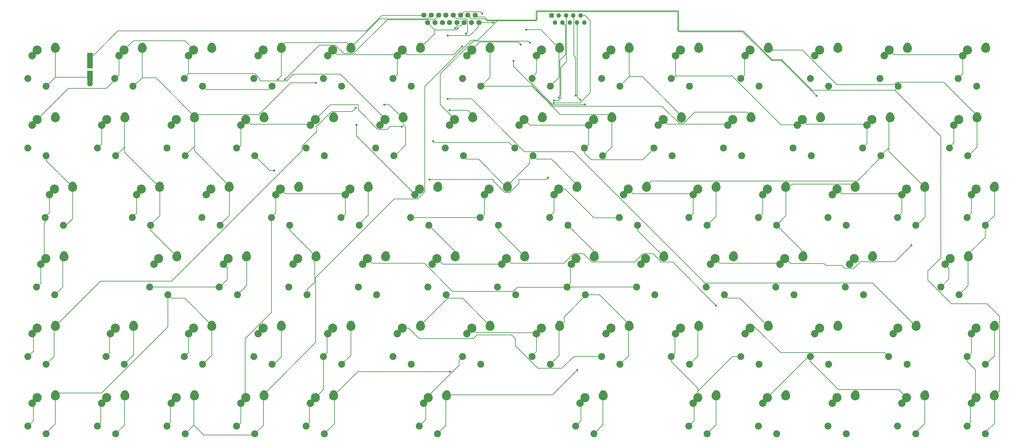
<source format=gbr>
G04 #@! TF.GenerationSoftware,KiCad,Pcbnew,8.0.4*
G04 #@! TF.CreationDate,2024-08-17T18:21:30-05:00*
G04 #@! TF.ProjectId,qwerty,71776572-7479-42e6-9b69-6361645f7063,C*
G04 #@! TF.SameCoordinates,Original*
G04 #@! TF.FileFunction,Copper,L2,Bot*
G04 #@! TF.FilePolarity,Positive*
%FSLAX46Y46*%
G04 Gerber Fmt 4.6, Leading zero omitted, Abs format (unit mm)*
G04 Created by KiCad (PCBNEW 8.0.4) date 2024-08-17 18:21:30*
%MOMM*%
%LPD*%
G01*
G04 APERTURE LIST*
G04 #@! TA.AperFunction,ComponentPad*
%ADD10R,1.258000X1.258000*%
G04 #@! TD*
G04 #@! TA.AperFunction,ComponentPad*
%ADD11C,1.258000*%
G04 #@! TD*
G04 #@! TA.AperFunction,ComponentPad*
%ADD12C,1.397000*%
G04 #@! TD*
G04 #@! TA.AperFunction,ComponentPad*
%ADD13O,1.600000X1.600000*%
G04 #@! TD*
G04 #@! TA.AperFunction,SMDPad,CuDef*
%ADD14R,1.524000X3.000000*%
G04 #@! TD*
G04 #@! TA.AperFunction,ComponentPad*
%ADD15R,1.600000X1.600000*%
G04 #@! TD*
G04 #@! TA.AperFunction,ComponentPad*
%ADD16C,2.500000*%
G04 #@! TD*
G04 #@! TA.AperFunction,ComponentPad*
%ADD17C,2.032000*%
G04 #@! TD*
G04 #@! TA.AperFunction,ComponentPad*
%ADD18C,1.900000*%
G04 #@! TD*
G04 #@! TA.AperFunction,ViaPad*
%ADD19C,0.600000*%
G04 #@! TD*
G04 #@! TA.AperFunction,Conductor*
%ADD20C,0.140000*%
G04 #@! TD*
G04 APERTURE END LIST*
D10*
X224400000Y-74503000D03*
D11*
X225400000Y-76503000D03*
X226400000Y-74503000D03*
X227400000Y-76503000D03*
X228400000Y-74503000D03*
X229400000Y-76503000D03*
X230400000Y-74503000D03*
X231400000Y-76503000D03*
X232400000Y-74503000D03*
X233400000Y-76503000D03*
D12*
X204516000Y-76468000D03*
X203515999Y-74467999D03*
X202515999Y-76468000D03*
X201516001Y-74467999D03*
X200516000Y-76468000D03*
X199516000Y-74467999D03*
X198515999Y-76468000D03*
X197516001Y-74467999D03*
X196516001Y-76468000D03*
X195516000Y-74467999D03*
X194516000Y-76468000D03*
X193515999Y-74467999D03*
X192516001Y-76468000D03*
X191516000Y-74467999D03*
X190516000Y-76468000D03*
X189515999Y-74467999D03*
D13*
X98000000Y-93120000D03*
D14*
X98000000Y-91088000D03*
X98000000Y-87532000D03*
D15*
X98000000Y-85500000D03*
D16*
X154962500Y-141175000D03*
D17*
X153652500Y-142635000D03*
D18*
X152462500Y-148975000D03*
D17*
X160002500Y-140095000D03*
D16*
X159962500Y-140675000D03*
D18*
X157462500Y-151075000D03*
D16*
X202587500Y-160225000D03*
D17*
X201277500Y-161685000D03*
D18*
X200087500Y-168025000D03*
D17*
X207627500Y-159145000D03*
D16*
X207587500Y-159725000D03*
D18*
X205087500Y-170125000D03*
D16*
X335937500Y-103075000D03*
D17*
X334627500Y-104535000D03*
D18*
X333437500Y-110875000D03*
D17*
X340977500Y-101995000D03*
D16*
X340937500Y-102575000D03*
D18*
X338437500Y-112975000D03*
D16*
X340700000Y-122125000D03*
D17*
X339390000Y-123585000D03*
D18*
X338200000Y-129925000D03*
D17*
X345740000Y-121045000D03*
D16*
X345700000Y-121625000D03*
D18*
X343200000Y-132025000D03*
D16*
X164487500Y-160225000D03*
D17*
X163177500Y-161685000D03*
D18*
X161987500Y-168025000D03*
D17*
X169527500Y-159145000D03*
D16*
X169487500Y-159725000D03*
D18*
X166987500Y-170125000D03*
D16*
X85906250Y-141175000D03*
D17*
X84596250Y-142635000D03*
D18*
X83406250Y-148975000D03*
D17*
X90946250Y-140095000D03*
D16*
X90906250Y-140675000D03*
D18*
X88406250Y-151075000D03*
D16*
X321650000Y-122125000D03*
D17*
X320340000Y-123585000D03*
D18*
X319150000Y-129925000D03*
D17*
X326690000Y-121045000D03*
D16*
X326650000Y-121625000D03*
D18*
X324150000Y-132025000D03*
D16*
X297837500Y-84025000D03*
D17*
X296527500Y-85485000D03*
D18*
X295337500Y-91825000D03*
D17*
X302877500Y-82945000D03*
D16*
X302837500Y-83525000D03*
D18*
X300337500Y-93925000D03*
D16*
X174012500Y-141175000D03*
D17*
X172702500Y-142635000D03*
D18*
X171512500Y-148975000D03*
D17*
X179052500Y-140095000D03*
D16*
X179012500Y-140675000D03*
D18*
X176512500Y-151075000D03*
D16*
X259737500Y-160225000D03*
D17*
X258427500Y-161685000D03*
D18*
X257237500Y-168025000D03*
D17*
X264777500Y-159145000D03*
D16*
X264737500Y-159725000D03*
D18*
X262237500Y-170125000D03*
D16*
X83525000Y-179275000D03*
D17*
X82215000Y-180735000D03*
D18*
X81025000Y-187075000D03*
D17*
X88565000Y-178195000D03*
D16*
X88525000Y-178775000D03*
D18*
X86025000Y-189175000D03*
D16*
X316887500Y-84025000D03*
D17*
X315577500Y-85485000D03*
D18*
X314387500Y-91825000D03*
D17*
X321927500Y-82945000D03*
D16*
X321887500Y-83525000D03*
D18*
X319387500Y-93925000D03*
D16*
X302600000Y-179275000D03*
D17*
X301290000Y-180735000D03*
D18*
X300100000Y-187075000D03*
D17*
X307640000Y-178195000D03*
D16*
X307600000Y-178775000D03*
D18*
X305100000Y-189175000D03*
D16*
X150200000Y-122125000D03*
D17*
X148890000Y-123585000D03*
D18*
X147700000Y-129925000D03*
D17*
X155240000Y-121045000D03*
D16*
X155200000Y-121625000D03*
D18*
X152700000Y-132025000D03*
D16*
X235925000Y-103075000D03*
D17*
X234615000Y-104535000D03*
D18*
X233425000Y-110875000D03*
D17*
X240965000Y-101995000D03*
D16*
X240925000Y-102575000D03*
D18*
X238425000Y-112975000D03*
D16*
X159725000Y-179275000D03*
D17*
X158415000Y-180735000D03*
D18*
X157225000Y-187075000D03*
D17*
X164765000Y-178195000D03*
D16*
X164725000Y-178775000D03*
D18*
X162225000Y-189175000D03*
D16*
X333556250Y-141175000D03*
D17*
X332246250Y-142635000D03*
D18*
X331056250Y-148975000D03*
D17*
X338596250Y-140095000D03*
D16*
X338556250Y-140675000D03*
D18*
X336056250Y-151075000D03*
D16*
X312125000Y-103075000D03*
D17*
X310815000Y-104535000D03*
D18*
X309625000Y-110875000D03*
D17*
X317165000Y-101995000D03*
D16*
X317125000Y-102575000D03*
D18*
X314625000Y-112975000D03*
D16*
X340700000Y-160225000D03*
D17*
X339390000Y-161685000D03*
D18*
X338200000Y-168025000D03*
D17*
X345740000Y-159145000D03*
D16*
X345700000Y-159725000D03*
D18*
X343200000Y-170125000D03*
D16*
X121625000Y-179275000D03*
D17*
X120315000Y-180735000D03*
D18*
X119125000Y-187075000D03*
D17*
X126665000Y-178195000D03*
D16*
X126625000Y-178775000D03*
D18*
X124125000Y-189175000D03*
D16*
X250212500Y-141175000D03*
D17*
X248902500Y-142635000D03*
D18*
X247712500Y-148975000D03*
D17*
X255252500Y-140095000D03*
D16*
X255212500Y-140675000D03*
D18*
X252712500Y-151075000D03*
D16*
X159725000Y-103075000D03*
D17*
X158415000Y-104535000D03*
D18*
X157225000Y-110875000D03*
D17*
X164765000Y-101995000D03*
D16*
X164725000Y-102575000D03*
D18*
X162225000Y-112975000D03*
D16*
X126387500Y-84025000D03*
D17*
X125077500Y-85485000D03*
D18*
X123887500Y-91825000D03*
D17*
X131427500Y-82945000D03*
D16*
X131387500Y-83525000D03*
D18*
X128887500Y-93925000D03*
D16*
X145437500Y-84025000D03*
D17*
X144127500Y-85485000D03*
D18*
X142937500Y-91825000D03*
D17*
X150477500Y-82945000D03*
D16*
X150437500Y-83525000D03*
D18*
X147937500Y-93925000D03*
D16*
X164487500Y-84025000D03*
D17*
X163177500Y-85485000D03*
D18*
X161987500Y-91825000D03*
D17*
X169527500Y-82945000D03*
D16*
X169487500Y-83525000D03*
D18*
X166987500Y-93925000D03*
D16*
X183537500Y-84025000D03*
D17*
X182227500Y-85485000D03*
D18*
X181037500Y-91825000D03*
D17*
X188577500Y-82945000D03*
D16*
X188537500Y-83525000D03*
D18*
X186037500Y-93925000D03*
D16*
X202587500Y-84025000D03*
D17*
X201277500Y-85485000D03*
D18*
X200087500Y-91825000D03*
D17*
X207627500Y-82945000D03*
D16*
X207587500Y-83525000D03*
D18*
X205087500Y-93925000D03*
D16*
X221637500Y-84025000D03*
D17*
X220327500Y-85485000D03*
D18*
X219137500Y-91825000D03*
D17*
X226677500Y-82945000D03*
D16*
X226637500Y-83525000D03*
D18*
X224137500Y-93925000D03*
D16*
X240687500Y-84025000D03*
D17*
X239377500Y-85485000D03*
D18*
X238187500Y-91825000D03*
D17*
X245727500Y-82945000D03*
D16*
X245687500Y-83525000D03*
D18*
X243187500Y-93925000D03*
D16*
X83525000Y-160225000D03*
D17*
X82215000Y-161685000D03*
D18*
X81025000Y-168025000D03*
D17*
X88565000Y-159145000D03*
D16*
X88525000Y-159725000D03*
D18*
X86025000Y-170125000D03*
D16*
X116862500Y-141175000D03*
D17*
X115552500Y-142635000D03*
D18*
X114362500Y-148975000D03*
D17*
X121902500Y-140095000D03*
D16*
X121862500Y-140675000D03*
D18*
X119362500Y-151075000D03*
D16*
X107337500Y-84025000D03*
D17*
X106027500Y-85485000D03*
D18*
X104837500Y-91825000D03*
D17*
X112377500Y-82945000D03*
D16*
X112337500Y-83525000D03*
D18*
X109837500Y-93925000D03*
D16*
X193062500Y-141175000D03*
D17*
X191752500Y-142635000D03*
D18*
X190562500Y-148975000D03*
D17*
X198102500Y-140095000D03*
D16*
X198062500Y-140675000D03*
D18*
X195562500Y-151075000D03*
D16*
X83525000Y-103075000D03*
D17*
X82215000Y-104535000D03*
D18*
X81025000Y-110875000D03*
D17*
X88565000Y-101995000D03*
D16*
X88525000Y-102575000D03*
D18*
X86025000Y-112975000D03*
D16*
X212112500Y-141175000D03*
D17*
X210802500Y-142635000D03*
D18*
X209612500Y-148975000D03*
D17*
X217152500Y-140095000D03*
D16*
X217112500Y-140675000D03*
D18*
X214612500Y-151075000D03*
D16*
X140675000Y-179275000D03*
D17*
X139365000Y-180735000D03*
D18*
X138175000Y-187075000D03*
D17*
X145715000Y-178195000D03*
D16*
X145675000Y-178775000D03*
D18*
X143175000Y-189175000D03*
D16*
X293075000Y-103075000D03*
D17*
X291765000Y-104535000D03*
D18*
X290575000Y-110875000D03*
D17*
X298115000Y-101995000D03*
D16*
X298075000Y-102575000D03*
D18*
X295575000Y-112975000D03*
D16*
X245450000Y-122125000D03*
D17*
X244140000Y-123585000D03*
D18*
X242950000Y-129925000D03*
D17*
X250490000Y-121045000D03*
D16*
X250450000Y-121625000D03*
D18*
X247950000Y-132025000D03*
D16*
X231162500Y-141175000D03*
D17*
X229852500Y-142635000D03*
D18*
X228662500Y-148975000D03*
D17*
X236202500Y-140095000D03*
D16*
X236162500Y-140675000D03*
D18*
X233662500Y-151075000D03*
D16*
X178775000Y-103075000D03*
D17*
X177465000Y-104535000D03*
D18*
X176275000Y-110875000D03*
D17*
X183815000Y-101995000D03*
D16*
X183775000Y-102575000D03*
D18*
X181275000Y-112975000D03*
D16*
X307362500Y-141175000D03*
D17*
X306052500Y-142635000D03*
D18*
X304862500Y-148975000D03*
D17*
X312402500Y-140095000D03*
D16*
X312362500Y-140675000D03*
D18*
X309862500Y-151075000D03*
D16*
X83525000Y-84025000D03*
D17*
X82215000Y-85485000D03*
D18*
X81025000Y-91825000D03*
D17*
X88565000Y-82945000D03*
D16*
X88525000Y-83525000D03*
D18*
X86025000Y-93925000D03*
D16*
X283550000Y-179275000D03*
D17*
X282240000Y-180735000D03*
D18*
X281050000Y-187075000D03*
D17*
X288590000Y-178195000D03*
D16*
X288550000Y-178775000D03*
D18*
X286050000Y-189175000D03*
D16*
X102575000Y-179275000D03*
D17*
X101265000Y-180735000D03*
D18*
X100075000Y-187075000D03*
D17*
X107615000Y-178195000D03*
D16*
X107575000Y-178775000D03*
D18*
X105075000Y-189175000D03*
D16*
X104956250Y-160225000D03*
D17*
X103646250Y-161685000D03*
D18*
X102456250Y-168025000D03*
D17*
X109996250Y-159145000D03*
D16*
X109956250Y-159725000D03*
D18*
X107456250Y-170125000D03*
D16*
X190681250Y-179275000D03*
D17*
X189371250Y-180735000D03*
D18*
X188181250Y-187075000D03*
D17*
X195721250Y-178195000D03*
D16*
X195681250Y-178775000D03*
D18*
X193181250Y-189175000D03*
D16*
X240687500Y-160225000D03*
D17*
X239377500Y-161685000D03*
D18*
X238187500Y-168025000D03*
D17*
X245727500Y-159145000D03*
D16*
X245687500Y-159725000D03*
D18*
X243187500Y-170125000D03*
D16*
X221637500Y-160225000D03*
D17*
X220327500Y-161685000D03*
D18*
X219137500Y-168025000D03*
D17*
X226677500Y-159145000D03*
D16*
X226637500Y-159725000D03*
D18*
X224137500Y-170125000D03*
D16*
X254975000Y-103075000D03*
D17*
X253665000Y-104535000D03*
D18*
X252475000Y-110875000D03*
D17*
X260015000Y-101995000D03*
D16*
X259975000Y-102575000D03*
D18*
X257475000Y-112975000D03*
D16*
X264500000Y-122125000D03*
D17*
X263190000Y-123585000D03*
D18*
X262000000Y-129925000D03*
D17*
X269540000Y-121045000D03*
D16*
X269500000Y-121625000D03*
D18*
X267000000Y-132025000D03*
D16*
X233543750Y-179275000D03*
D17*
X232233750Y-180735000D03*
D18*
X231043750Y-187075000D03*
D17*
X238583750Y-178195000D03*
D16*
X238543750Y-178775000D03*
D18*
X236043750Y-189175000D03*
D16*
X288312500Y-141175000D03*
D17*
X287002500Y-142635000D03*
D18*
X285812500Y-148975000D03*
D17*
X293352500Y-140095000D03*
D16*
X293312500Y-140675000D03*
D18*
X290812500Y-151075000D03*
D16*
X102575000Y-103075000D03*
D17*
X101265000Y-104535000D03*
D18*
X100075000Y-110875000D03*
D17*
X107615000Y-101995000D03*
D16*
X107575000Y-102575000D03*
D18*
X105075000Y-112975000D03*
D16*
X283550000Y-122125000D03*
D17*
X282240000Y-123585000D03*
D18*
X281050000Y-129925000D03*
D17*
X288590000Y-121045000D03*
D16*
X288550000Y-121625000D03*
D18*
X286050000Y-132025000D03*
D16*
X278787500Y-160225000D03*
D17*
X277477500Y-161685000D03*
D18*
X276287500Y-168025000D03*
D17*
X283827500Y-159145000D03*
D16*
X283787500Y-159725000D03*
D18*
X281287500Y-170125000D03*
D16*
X259737500Y-84025000D03*
D17*
X258427500Y-85485000D03*
D18*
X257237500Y-91825000D03*
D17*
X264777500Y-82945000D03*
D16*
X264737500Y-83525000D03*
D18*
X262237500Y-93925000D03*
D16*
X112100000Y-122125000D03*
D17*
X110790000Y-123585000D03*
D18*
X109600000Y-129925000D03*
D17*
X117140000Y-121045000D03*
D16*
X117100000Y-121625000D03*
D18*
X114600000Y-132025000D03*
D16*
X169250000Y-122125000D03*
D17*
X167940000Y-123585000D03*
D18*
X166750000Y-129925000D03*
D17*
X174290000Y-121045000D03*
D16*
X174250000Y-121625000D03*
D18*
X171750000Y-132025000D03*
D16*
X340700000Y-179275000D03*
D17*
X339390000Y-180735000D03*
D18*
X338200000Y-187075000D03*
D17*
X345740000Y-178195000D03*
D16*
X345700000Y-178775000D03*
D18*
X343200000Y-189175000D03*
D16*
X264500000Y-179275000D03*
D17*
X263190000Y-180735000D03*
D18*
X262000000Y-187075000D03*
D17*
X269540000Y-178195000D03*
D16*
X269500000Y-178775000D03*
D18*
X267000000Y-189175000D03*
D16*
X302600000Y-122125000D03*
D17*
X301290000Y-123585000D03*
D18*
X300100000Y-129925000D03*
D17*
X307640000Y-121045000D03*
D16*
X307600000Y-121625000D03*
D18*
X305100000Y-132025000D03*
D16*
X88287500Y-122125000D03*
D17*
X86977500Y-123585000D03*
D18*
X85787500Y-129925000D03*
D17*
X93327500Y-121045000D03*
D16*
X93287500Y-121625000D03*
D18*
X90787500Y-132025000D03*
D16*
X135912500Y-141175000D03*
D17*
X134602500Y-142635000D03*
D18*
X133412500Y-148975000D03*
D17*
X140952500Y-140095000D03*
D16*
X140912500Y-140675000D03*
D18*
X138412500Y-151075000D03*
D16*
X338318750Y-84025000D03*
D17*
X337008750Y-85485000D03*
D18*
X335818750Y-91825000D03*
D17*
X343358750Y-82945000D03*
D16*
X343318750Y-83525000D03*
D18*
X340818750Y-93925000D03*
D16*
X216875000Y-103075000D03*
D17*
X215565000Y-104535000D03*
D18*
X214375000Y-110875000D03*
D17*
X221915000Y-101995000D03*
D16*
X221875000Y-102575000D03*
D18*
X219375000Y-112975000D03*
D16*
X197825000Y-103075000D03*
D17*
X196515000Y-104535000D03*
D18*
X195325000Y-110875000D03*
D17*
X202865000Y-101995000D03*
D16*
X202825000Y-102575000D03*
D18*
X200325000Y-112975000D03*
D16*
X297837500Y-160225000D03*
D17*
X296527500Y-161685000D03*
D18*
X295337500Y-168025000D03*
D17*
X302877500Y-159145000D03*
D16*
X302837500Y-159725000D03*
D18*
X300337500Y-170125000D03*
D16*
X278787500Y-84025000D03*
D17*
X277477500Y-85485000D03*
D18*
X276287500Y-91825000D03*
D17*
X283827500Y-82945000D03*
D16*
X283787500Y-83525000D03*
D18*
X281287500Y-93925000D03*
D16*
X188300000Y-122125000D03*
D17*
X186990000Y-123585000D03*
D18*
X185800000Y-129925000D03*
D17*
X193340000Y-121045000D03*
D16*
X193300000Y-121625000D03*
D18*
X190800000Y-132025000D03*
D16*
X319268750Y-160225000D03*
D17*
X317958750Y-161685000D03*
D18*
X316768750Y-168025000D03*
D17*
X324308750Y-159145000D03*
D16*
X324268750Y-159725000D03*
D18*
X321768750Y-170125000D03*
D16*
X140675000Y-103075000D03*
D17*
X139365000Y-104535000D03*
D18*
X138175000Y-110875000D03*
D17*
X145715000Y-101995000D03*
D16*
X145675000Y-102575000D03*
D18*
X143175000Y-112975000D03*
D16*
X121625000Y-103075000D03*
D17*
X120315000Y-104535000D03*
D18*
X119125000Y-110875000D03*
D17*
X126665000Y-101995000D03*
D16*
X126625000Y-102575000D03*
D18*
X124125000Y-112975000D03*
D16*
X226400000Y-122125000D03*
D17*
X225090000Y-123585000D03*
D18*
X223900000Y-129925000D03*
D17*
X231440000Y-121045000D03*
D16*
X231400000Y-121625000D03*
D18*
X228900000Y-132025000D03*
D16*
X321650000Y-179275000D03*
D17*
X320340000Y-180735000D03*
D18*
X319150000Y-187075000D03*
D17*
X326690000Y-178195000D03*
D16*
X326650000Y-178775000D03*
D18*
X324150000Y-189175000D03*
D16*
X183537500Y-160225000D03*
D17*
X182227500Y-161685000D03*
D18*
X181037500Y-168025000D03*
D17*
X188577500Y-159145000D03*
D16*
X188537500Y-159725000D03*
D18*
X186037500Y-170125000D03*
D16*
X131150000Y-122125000D03*
D17*
X129840000Y-123585000D03*
D18*
X128650000Y-129925000D03*
D17*
X136190000Y-121045000D03*
D16*
X136150000Y-121625000D03*
D18*
X133650000Y-132025000D03*
D16*
X145437500Y-160225000D03*
D17*
X144127500Y-161685000D03*
D18*
X142937500Y-168025000D03*
D17*
X150477500Y-159145000D03*
D16*
X150437500Y-159725000D03*
D18*
X147937500Y-170125000D03*
D16*
X207350000Y-122125000D03*
D17*
X206040000Y-123585000D03*
D18*
X204850000Y-129925000D03*
D17*
X212390000Y-121045000D03*
D16*
X212350000Y-121625000D03*
D18*
X209850000Y-132025000D03*
D16*
X126387500Y-160225000D03*
D17*
X125077500Y-161685000D03*
D18*
X123887500Y-168025000D03*
D17*
X131427500Y-159145000D03*
D16*
X131387500Y-159725000D03*
D18*
X128887500Y-170125000D03*
D16*
X274025000Y-103075000D03*
D17*
X272715000Y-104535000D03*
D18*
X271525000Y-110875000D03*
D17*
X279065000Y-101995000D03*
D16*
X279025000Y-102575000D03*
D18*
X276525000Y-112975000D03*
D16*
X269262500Y-141175000D03*
D17*
X267952500Y-142635000D03*
D18*
X266762500Y-148975000D03*
D17*
X274302500Y-140095000D03*
D16*
X274262500Y-140675000D03*
D18*
X271762500Y-151075000D03*
D19*
X198732754Y-78065231D03*
X231496599Y-171727849D03*
X149500000Y-92000000D03*
X148500000Y-117000000D03*
X159947001Y-92947001D03*
X151500000Y-92000000D03*
X178628606Y-99000000D03*
X196027990Y-97407029D03*
X196500000Y-100500000D03*
X201000000Y-79500000D03*
X205500000Y-74000000D03*
X217500000Y-78451992D03*
X198000000Y-78000000D03*
X214000000Y-87000000D03*
X297000000Y-96500000D03*
X196666238Y-172166238D03*
X208447291Y-76461018D03*
X196000000Y-80000000D03*
X170833762Y-99833762D03*
X233583762Y-98916238D03*
X171000000Y-104500000D03*
X200000000Y-83000000D03*
X216000000Y-82500000D03*
X269500000Y-154000000D03*
X226500000Y-97000000D03*
X323000000Y-137500000D03*
X191000000Y-119500000D03*
X223500000Y-119000000D03*
X225118330Y-97780247D03*
X218500000Y-82000000D03*
X183500000Y-105000000D03*
X231027990Y-96416238D03*
X192000000Y-109000000D03*
X232333762Y-97666238D03*
X224998764Y-98472002D03*
D20*
X177974563Y-74500000D02*
X188439340Y-74500000D01*
X98000000Y-85500000D02*
X98940000Y-85500000D01*
X173727553Y-78747010D02*
X177974563Y-74500000D01*
X188439340Y-74500000D02*
X189500000Y-74500000D01*
X98940000Y-85500000D02*
X105692990Y-78747010D01*
X98000000Y-85500000D02*
X98000000Y-87500000D01*
X105692990Y-78747010D02*
X173727553Y-78747010D01*
X340937500Y-110562500D02*
X338500000Y-113000000D01*
X198432755Y-78365230D02*
X198732754Y-78065231D01*
X193181250Y-189175000D02*
X195500000Y-186856250D01*
X331802999Y-92802999D02*
X341000000Y-102000000D01*
X343200000Y-135300000D02*
X338500000Y-140000000D01*
X340937500Y-102575000D02*
X340937500Y-110562500D01*
X190500000Y-76500000D02*
X192472001Y-78472001D01*
X238500000Y-186718750D02*
X238500000Y-179000000D01*
X195500000Y-186856250D02*
X195500000Y-179000000D01*
X192472001Y-78472001D02*
X192472001Y-79527999D01*
X224724448Y-178500000D02*
X196000000Y-178500000D01*
X345740000Y-129260000D02*
X343000000Y-132000000D01*
X318848939Y-92802999D02*
X331802999Y-92802999D01*
X345740000Y-121045000D02*
X345740000Y-129260000D01*
X283827500Y-82945000D02*
X284843499Y-83960999D01*
X192472001Y-79527999D02*
X189000000Y-83000000D01*
X343200000Y-132025000D02*
X343200000Y-135300000D01*
X336056250Y-151075000D02*
X338500000Y-148631250D01*
X284843499Y-83960999D02*
X293067965Y-83960999D01*
X293067965Y-83960999D02*
X302606966Y-93500000D01*
X231496599Y-171727849D02*
X224724448Y-178500000D01*
X198325984Y-78472001D02*
X198432755Y-78365230D01*
X318151938Y-93500000D02*
X318848939Y-92802999D01*
X302606966Y-93500000D02*
X318151938Y-93500000D01*
X192472001Y-78472001D02*
X198325984Y-78472001D01*
X338500000Y-148631250D02*
X338500000Y-141000000D01*
X236043750Y-189175000D02*
X238500000Y-186718750D01*
X157462500Y-149731498D02*
X159628401Y-147565597D01*
X152700000Y-133368502D02*
X159831498Y-140500000D01*
X150477500Y-91022500D02*
X149500000Y-92000000D01*
X189871183Y-75422000D02*
X177394816Y-75422001D01*
X159628401Y-147565597D02*
X159628401Y-140871599D01*
X150477500Y-82945000D02*
X150477500Y-91022500D01*
X177394816Y-75422001D02*
X169816817Y-83000000D01*
X147125001Y-94874999D02*
X147500000Y-94500000D01*
X190664012Y-75335988D02*
X189957195Y-75335988D01*
X129837499Y-94874999D02*
X147125001Y-94874999D01*
X168429001Y-81929001D02*
X169102999Y-82602999D01*
X191500000Y-74500000D02*
X190664012Y-75335988D01*
X189957195Y-75335988D02*
X189871183Y-75422000D01*
X128887500Y-93925000D02*
X129837499Y-94874999D01*
X151493499Y-81929001D02*
X168429001Y-81929001D01*
X143175000Y-112975000D02*
X147200000Y-117000000D01*
X166987500Y-170125000D02*
X169500000Y-167612500D01*
X169500000Y-167612500D02*
X169500000Y-160000000D01*
X150477500Y-82945000D02*
X151493499Y-81929001D01*
X157462500Y-151075000D02*
X157462500Y-149731498D01*
X147200000Y-117000000D02*
X148500000Y-117000000D01*
X152700000Y-132025000D02*
X152700000Y-133368502D01*
X136190000Y-121045000D02*
X136190000Y-129310000D01*
X144298759Y-101652999D02*
X126847001Y-101652999D01*
X112377500Y-91622500D02*
X116122500Y-91622500D01*
X111024999Y-92975001D02*
X112377500Y-91622500D01*
X141000000Y-148487500D02*
X141000000Y-141000000D01*
X109837500Y-93925000D02*
X110787499Y-92975001D01*
X136190000Y-129310000D02*
X133500000Y-132000000D01*
X116122500Y-91622500D02*
X126500000Y-102000000D01*
X126625000Y-110375000D02*
X124000000Y-113000000D01*
X112377500Y-82945000D02*
X112377500Y-91622500D01*
X150437500Y-159725000D02*
X150437500Y-168062500D01*
X90572151Y-148909099D02*
X90572151Y-140572151D01*
X159947001Y-92947001D02*
X153004757Y-92947001D01*
X126847001Y-101652999D02*
X126500000Y-102000000D01*
X110787499Y-92975001D02*
X111024999Y-92975001D01*
X153004757Y-92947001D02*
X144298759Y-101652999D01*
X88406250Y-151075000D02*
X90572151Y-148909099D01*
X126625000Y-111625000D02*
X136000000Y-121000000D01*
X150437500Y-168062500D02*
X148500000Y-170000000D01*
X126625000Y-110375000D02*
X126625000Y-111625000D01*
X138412500Y-151075000D02*
X141000000Y-148487500D01*
X126625000Y-102575000D02*
X126625000Y-110375000D01*
X114600000Y-132025000D02*
X114600000Y-133368502D01*
X160897001Y-82602999D02*
X151799999Y-91700001D01*
X124024999Y-152024999D02*
X131000000Y-159000000D01*
X193500000Y-74500000D02*
X192422001Y-75577999D01*
X86025000Y-114318502D02*
X93000000Y-121293502D01*
X107500000Y-110550000D02*
X107500000Y-112000000D01*
X119362500Y-151075000D02*
X120312499Y-152024999D01*
X117140000Y-129360000D02*
X114500000Y-132000000D01*
X179453051Y-75664011D02*
X170170061Y-84947001D01*
X107500000Y-112000000D02*
X116000000Y-120500000D01*
X165170061Y-82602999D02*
X160897001Y-82602999D01*
X189971427Y-75664011D02*
X179453051Y-75664011D01*
X117140000Y-121045000D02*
X117140000Y-129360000D01*
X151799999Y-91700001D02*
X151500000Y-92000000D01*
X116000000Y-120500000D02*
X116500000Y-120500000D01*
X101241812Y-178000000D02*
X89500000Y-178000000D01*
X119362500Y-151075000D02*
X119362500Y-159879312D01*
X192422001Y-75577999D02*
X190057439Y-75577999D01*
X190057439Y-75577999D02*
X189971427Y-75664011D01*
X131387500Y-159725000D02*
X131387500Y-167612500D01*
X107500000Y-110550000D02*
X107500000Y-102500000D01*
X93287500Y-130212500D02*
X91500000Y-132000000D01*
X170170061Y-84947001D02*
X167514063Y-84947001D01*
X88565000Y-178195000D02*
X88565000Y-186435000D01*
X131387500Y-167612500D02*
X129000000Y-170000000D01*
X105075000Y-112975000D02*
X107500000Y-110550000D01*
X114600000Y-133368502D02*
X121231498Y-140000000D01*
X167514063Y-84947001D02*
X165170061Y-82602999D01*
X120312499Y-152024999D02*
X124024999Y-152024999D01*
X119362500Y-159879312D02*
X101241812Y-178000000D01*
X88565000Y-186435000D02*
X86000000Y-189000000D01*
X93287500Y-121625000D02*
X93287500Y-130212500D01*
X93000000Y-121293502D02*
X93206498Y-121293502D01*
X86025000Y-112975000D02*
X86025000Y-114318502D01*
X174250000Y-129250000D02*
X172000000Y-131500000D01*
X196512499Y-152024999D02*
X195975001Y-152024999D01*
X196512499Y-152024999D02*
X200024999Y-152024999D01*
X195975001Y-152024999D02*
X195975001Y-151475001D01*
X174250000Y-121625000D02*
X174250000Y-129250000D01*
X200024999Y-152024999D02*
X207000000Y-159000000D01*
X183775000Y-102575000D02*
X183775000Y-104342766D01*
X183775000Y-104342766D02*
X184500000Y-105067766D01*
X180000000Y-99000000D02*
X183000000Y-102000000D01*
X184500000Y-110000000D02*
X181500000Y-113000000D01*
X184500000Y-105067766D02*
X184500000Y-110000000D01*
X195975001Y-152024999D02*
X189000000Y-159000000D01*
X190800000Y-132025000D02*
X198000000Y-139225000D01*
X178628606Y-99000000D02*
X180000000Y-99000000D01*
X230472465Y-111852999D02*
X217013561Y-111852999D01*
X266472465Y-147852999D02*
X230472465Y-111852999D01*
X110000000Y-167581250D02*
X110000000Y-160500000D01*
X324000000Y-159500000D02*
X312352999Y-147852999D01*
X196452254Y-97407029D02*
X196027990Y-97407029D01*
X202567591Y-97407029D02*
X196452254Y-97407029D01*
X107456250Y-170125000D02*
X110000000Y-167581250D01*
X312352999Y-147852999D02*
X266472465Y-147852999D01*
X217013561Y-111852999D02*
X202567591Y-97407029D01*
X201500000Y-100500000D02*
X203000000Y-102000000D01*
X227887499Y-157112501D02*
X233500000Y-151500000D01*
X227887499Y-158475001D02*
X227887499Y-157112501D01*
X218425001Y-115074999D02*
X212500000Y-121000000D01*
X226500000Y-167762500D02*
X226500000Y-160000000D01*
X219375000Y-112975000D02*
X218425001Y-113924999D01*
X237575000Y-151075000D02*
X245500000Y-159000000D01*
X200325000Y-112975000D02*
X201274999Y-113924999D01*
X233662500Y-151075000D02*
X237575000Y-151075000D01*
X204424999Y-113924999D02*
X211500000Y-121000000D01*
X209850000Y-133368502D02*
X217481498Y-141000000D01*
X226637500Y-159725000D02*
X227887499Y-158475001D01*
X209850000Y-132025000D02*
X209850000Y-133368502D01*
X243187500Y-170125000D02*
X245500000Y-167812500D01*
X228900000Y-132025000D02*
X236000000Y-139125000D01*
X218425001Y-113924999D02*
X218425001Y-115074999D01*
X220324999Y-113924999D02*
X224424999Y-113924999D01*
X224424999Y-113924999D02*
X231500000Y-121000000D01*
X196500000Y-100500000D02*
X201500000Y-100500000D01*
X245500000Y-167812500D02*
X245500000Y-160000000D01*
X201274999Y-113924999D02*
X204424999Y-113924999D01*
X224137500Y-170125000D02*
X226500000Y-167762500D01*
X219375000Y-112975000D02*
X220324999Y-113924999D01*
X200786563Y-75422001D02*
X201422001Y-76057439D01*
X316790901Y-110809099D02*
X316790901Y-102709099D01*
X226796691Y-101652999D02*
X240652999Y-101652999D01*
X316790901Y-110809099D02*
X316790901Y-111790901D01*
X247950000Y-132025000D02*
X247950000Y-133450000D01*
X326690000Y-129810000D02*
X324500000Y-132000000D01*
X240925000Y-110575000D02*
X239000000Y-112500000D01*
X308143001Y-119856999D02*
X314500000Y-113500000D01*
X264500000Y-167862500D02*
X264500000Y-160000000D01*
X197500000Y-74500000D02*
X198422001Y-75422001D01*
X205087500Y-93925000D02*
X219068692Y-93925000D01*
X219068692Y-93925000D02*
X226796691Y-101652999D01*
X201422001Y-76057439D02*
X201422001Y-79077999D01*
X198422001Y-75422001D02*
X200786563Y-75422001D01*
X251678001Y-119856999D02*
X308143001Y-119856999D01*
X316790901Y-111790901D02*
X326000000Y-121000000D01*
X314625000Y-112975000D02*
X316790901Y-110809099D01*
X262237500Y-170125000D02*
X264500000Y-167862500D01*
X250490000Y-121045000D02*
X251678001Y-119856999D01*
X201422001Y-79077999D02*
X201000000Y-79500000D01*
X247950000Y-133450000D02*
X255000000Y-140500000D01*
X326690000Y-121045000D02*
X326690000Y-129810000D01*
X207587500Y-83525000D02*
X207587500Y-91412500D01*
X207587500Y-91412500D02*
X205000000Y-94000000D01*
X240652999Y-101652999D02*
X241000000Y-102000000D01*
X240925000Y-102575000D02*
X240925000Y-110575000D01*
X267000000Y-189175000D02*
X269500000Y-186675000D01*
X107500000Y-186750000D02*
X107500000Y-179500000D01*
X269500000Y-186675000D02*
X269500000Y-178500000D01*
X105075000Y-189175000D02*
X107500000Y-186750000D01*
X260015000Y-101995000D02*
X249332500Y-91312500D01*
X200500000Y-73500000D02*
X205000000Y-73500000D01*
X245687500Y-83525000D02*
X245687500Y-91312500D01*
X271762500Y-151075000D02*
X272712499Y-152024999D01*
X249332500Y-91312500D02*
X245687500Y-91312500D01*
X205000000Y-73500000D02*
X205200001Y-73700001D01*
X205200001Y-73700001D02*
X205500000Y-74000000D01*
X217924264Y-78451992D02*
X217500000Y-78451992D01*
X199500000Y-74500000D02*
X200500000Y-73500000D01*
X245687500Y-91312500D02*
X243000000Y-94000000D01*
X226000000Y-83000000D02*
X221451992Y-78451992D01*
X269500000Y-129525000D02*
X269500000Y-122000000D01*
X267000000Y-132025000D02*
X269500000Y-129525000D01*
X272712499Y-152024999D02*
X276024999Y-152024999D01*
X276024999Y-152024999D02*
X283000000Y-159000000D01*
X224137500Y-93925000D02*
X226500000Y-91562500D01*
X221451992Y-78451992D02*
X217924264Y-78451992D01*
X226500000Y-91562500D02*
X226500000Y-84000000D01*
X198000000Y-78000000D02*
X198577999Y-77422001D01*
X254683677Y-99388239D02*
X224874185Y-99388239D01*
X259292439Y-103997001D02*
X254683677Y-99388239D01*
X214000000Y-87424264D02*
X214000000Y-87000000D01*
X263675561Y-100979001D02*
X260657561Y-103997001D01*
X290368841Y-120702999D02*
X307202999Y-120702999D01*
X278049001Y-100979001D02*
X263675561Y-100979001D01*
X224874185Y-99388239D02*
X214000000Y-88514054D01*
X279065000Y-101995000D02*
X278049001Y-100979001D01*
X199750001Y-77249999D02*
X200500000Y-76500000D01*
X288590000Y-121045000D02*
X288590000Y-129410000D01*
X198577999Y-77422001D02*
X199577999Y-77422001D01*
X288590000Y-121045000D02*
X290026840Y-121045000D01*
X286050000Y-132025000D02*
X293500000Y-139475000D01*
X290026840Y-121045000D02*
X290368841Y-120702999D01*
X260657561Y-103997001D02*
X259292439Y-103997001D01*
X214000000Y-88514054D02*
X214000000Y-87424264D01*
X288590000Y-129410000D02*
X286000000Y-132000000D01*
X199577999Y-77422001D02*
X199750001Y-77249999D01*
X220202558Y-75989021D02*
X220489021Y-75702558D01*
X181368766Y-124773001D02*
X159870412Y-146271355D01*
X189722001Y-93976563D02*
X189722001Y-122807561D01*
X145500000Y-186850000D02*
X145500000Y-179000000D01*
X206230422Y-75422001D02*
X206797438Y-75989017D01*
X345740000Y-159145000D02*
X345740000Y-167760000D01*
X220489021Y-73500000D02*
X259010979Y-73500000D01*
X159870412Y-164129588D02*
X146000000Y-178000000D01*
X276804703Y-78989021D02*
X284718681Y-86902999D01*
X209499996Y-75989017D02*
X209500000Y-75989021D01*
X126500000Y-186800000D02*
X129200000Y-189500000D01*
X202422001Y-75422001D02*
X206230422Y-75422001D01*
X124125000Y-189175000D02*
X126500000Y-186800000D01*
X259297442Y-78989021D02*
X276804703Y-78989021D01*
X259010979Y-73500000D02*
X259010979Y-78702558D01*
X284718681Y-86902999D02*
X287326061Y-86902999D01*
X187756561Y-124773001D02*
X181368766Y-124773001D01*
X259010979Y-78702558D02*
X259297442Y-78989021D01*
X143175000Y-189175000D02*
X145500000Y-186850000D01*
X209500000Y-75989021D02*
X220202558Y-75989021D01*
X296623063Y-96200001D02*
X296700001Y-96200001D01*
X296700001Y-96200001D02*
X297000000Y-96500000D01*
X202440575Y-81257989D02*
X189722001Y-93976563D01*
X206797438Y-75989017D02*
X209499996Y-75989017D01*
X159870412Y-146271355D02*
X159870412Y-164129588D01*
X204317843Y-81257989D02*
X202440575Y-81257989D01*
X287326061Y-86902999D02*
X296623063Y-96200001D01*
X129200000Y-189500000D02*
X142500000Y-189500000D01*
X126500000Y-186800000D02*
X126500000Y-179500000D01*
X209500000Y-76075832D02*
X204317843Y-81257989D01*
X189722001Y-122807561D02*
X187756561Y-124773001D01*
X345740000Y-167760000D02*
X343500000Y-170000000D01*
X209500000Y-75989021D02*
X209500000Y-76075832D01*
X220489021Y-75702558D02*
X220489021Y-73500000D01*
X201500000Y-74500000D02*
X202422001Y-75422001D01*
X165000000Y-186400000D02*
X165000000Y-180000000D01*
X162225000Y-189175000D02*
X165000000Y-186400000D01*
X164500000Y-179000000D02*
X171333762Y-172166238D01*
X196241974Y-172166238D02*
X196666238Y-172166238D01*
X165000000Y-180000000D02*
X165000000Y-179500000D01*
X171333762Y-172166238D02*
X196241974Y-172166238D01*
X276904947Y-78747010D02*
X284818925Y-86660988D01*
X331000000Y-107594002D02*
X331000000Y-141000000D01*
X345740000Y-186260000D02*
X343500000Y-188500000D01*
X284818925Y-86660988D02*
X287426305Y-86660988D01*
X206897686Y-75747010D02*
X220102314Y-75747010D01*
X220247010Y-75602314D02*
X220247010Y-73257989D01*
X318452999Y-95047001D02*
X331000000Y-107594002D01*
X318452999Y-95047001D02*
X319000000Y-94500000D01*
X206122678Y-74972002D02*
X206897686Y-75747010D01*
X343622001Y-153500000D02*
X347122001Y-157000000D01*
X295812317Y-95047001D02*
X318452999Y-95047001D01*
X259252990Y-78602314D02*
X259397686Y-78747010D01*
X347122001Y-177377999D02*
X346500000Y-178000000D01*
X203972002Y-74972002D02*
X206122678Y-74972002D01*
X331000000Y-141000000D02*
X327500000Y-144500000D01*
X333920688Y-153500000D02*
X343622001Y-153500000D01*
X345740000Y-178195000D02*
X345740000Y-186260000D01*
X327500000Y-144500000D02*
X327500000Y-147079312D01*
X259397686Y-78747010D02*
X276904947Y-78747010D01*
X327500000Y-147079312D02*
X333920688Y-153500000D01*
X203500000Y-74500000D02*
X203972002Y-74972002D01*
X259252990Y-73257989D02*
X259252990Y-78602314D01*
X220247010Y-73257989D02*
X259252990Y-73257989D01*
X347122001Y-157000000D02*
X347122001Y-177377999D01*
X287426305Y-86660988D02*
X295812317Y-95047001D01*
X220102314Y-75747010D02*
X220247010Y-75602314D01*
X88525000Y-159725000D02*
X100909099Y-147340901D01*
X326650000Y-186350000D02*
X324000000Y-189000000D01*
X169860525Y-100806999D02*
X170533763Y-100133761D01*
X208408309Y-76500000D02*
X208447291Y-76461018D01*
X202060660Y-80000000D02*
X196424264Y-80000000D01*
X160059099Y-104942659D02*
X164194759Y-100806999D01*
X204500000Y-77560660D02*
X202060660Y-80000000D01*
X86025000Y-170125000D02*
X88190901Y-167959099D01*
X88190901Y-167959099D02*
X88190901Y-160309099D01*
X100909099Y-147340901D02*
X120402133Y-147340901D01*
X204500000Y-76500000D02*
X208408309Y-76500000D01*
X204500000Y-76500000D02*
X204500000Y-77560660D01*
X170533763Y-100133761D02*
X170833762Y-99833762D01*
X160059099Y-106380339D02*
X160059099Y-104942659D01*
X164194759Y-100806999D02*
X169860525Y-100806999D01*
X196424264Y-80000000D02*
X196000000Y-80000000D01*
X326650000Y-178775000D02*
X326650000Y-186350000D01*
X120402133Y-147340901D02*
X156102999Y-111640035D01*
X156102999Y-111640035D02*
X156102999Y-110336439D01*
X156102999Y-110336439D02*
X160059099Y-106380339D01*
X83230999Y-84469001D02*
X83230999Y-84269001D01*
X82215000Y-85485000D02*
X83230999Y-84469001D01*
X85787500Y-129925000D02*
X85787500Y-131268502D01*
X206040000Y-128960000D02*
X205000000Y-130000000D01*
X104662249Y-160669001D02*
X104662249Y-160162249D01*
X207055999Y-122569001D02*
X207430999Y-122569001D01*
X219000000Y-93171800D02*
X224772203Y-98944003D01*
X335643499Y-103519001D02*
X335643499Y-103356501D01*
X186990000Y-123585000D02*
X188005999Y-122569001D01*
X86977500Y-128522500D02*
X86000000Y-129500000D01*
X220327500Y-85485000D02*
X220327500Y-90172500D01*
X301290000Y-123585000D02*
X302375000Y-122500000D01*
X320340000Y-123585000D02*
X320340000Y-128660000D01*
X303849999Y-123374999D02*
X320374999Y-123374999D01*
X188005999Y-122569001D02*
X188005999Y-122005999D01*
X86977500Y-123585000D02*
X86977500Y-128522500D01*
X85500000Y-131556002D02*
X85500000Y-140500000D01*
X206040000Y-123585000D02*
X206040000Y-128960000D01*
X302600000Y-122125000D02*
X303849999Y-123374999D01*
X171000000Y-104500000D02*
X171000000Y-107500000D01*
X144127500Y-85485000D02*
X145143499Y-84469001D01*
X86977500Y-123585000D02*
X88500000Y-122062500D01*
X84596250Y-142635000D02*
X84596250Y-147903750D01*
X320340000Y-128660000D02*
X319000000Y-130000000D01*
X321355999Y-122569001D02*
X321355999Y-122144001D01*
X320340000Y-123585000D02*
X321355999Y-122569001D01*
X103406249Y-167075001D02*
X103406249Y-161593751D01*
X145143499Y-84469001D02*
X145143499Y-84356501D01*
X184739438Y-121239438D02*
X186500000Y-123000000D01*
X85787500Y-131268502D02*
X85500000Y-131556002D01*
X233159498Y-98916238D02*
X233583762Y-98916238D01*
X85612249Y-141619001D02*
X85612249Y-141387751D01*
X334627500Y-109372500D02*
X333500000Y-110500000D01*
X220327500Y-90172500D02*
X219000000Y-91500000D01*
X84596250Y-142635000D02*
X85612249Y-141619001D01*
X185800000Y-129925000D02*
X204925000Y-129925000D01*
X334627500Y-104535000D02*
X335643499Y-103519001D01*
X233131733Y-98944003D02*
X233159498Y-98916238D01*
X219000000Y-92000000D02*
X219000000Y-93171800D01*
X220327500Y-85485000D02*
X221343499Y-84469001D01*
X171000000Y-107500000D02*
X184739438Y-121239438D01*
X334627500Y-104535000D02*
X334627500Y-109372500D01*
X221343499Y-84469001D02*
X221343499Y-84156501D01*
X102456250Y-168025000D02*
X103406249Y-167075001D01*
X206040000Y-123585000D02*
X207055999Y-122569001D01*
X84596250Y-147903750D02*
X83000000Y-149500000D01*
X103646250Y-161685000D02*
X104662249Y-160669001D01*
X224772203Y-98944003D02*
X233131733Y-98944003D01*
X204743001Y-81756999D02*
X203000000Y-83500000D01*
X184787499Y-85274999D02*
X197725001Y-85274999D01*
X164487500Y-84025000D02*
X165737499Y-85274999D01*
X120074999Y-186125001D02*
X120074999Y-181074999D01*
X194635000Y-142635000D02*
X193000000Y-141000000D01*
X119125000Y-187075000D02*
X120074999Y-186125001D01*
X254529939Y-142097001D02*
X257597001Y-142097001D01*
X182227500Y-90772500D02*
X181000000Y-92000000D01*
X230479939Y-139752999D02*
X233135937Y-139752999D01*
X213362499Y-142424999D02*
X227807939Y-142424999D01*
X252185937Y-139752999D02*
X254529939Y-142097001D01*
X181774999Y-85274999D02*
X182049998Y-85000000D01*
X216000000Y-82500000D02*
X215256999Y-81756999D01*
X249529939Y-139752999D02*
X252185937Y-139752999D01*
X183537500Y-84025000D02*
X184787499Y-85274999D01*
X182227500Y-85485000D02*
X182227500Y-90772500D01*
X210802500Y-142635000D02*
X194635000Y-142635000D01*
X215256999Y-81756999D02*
X204743001Y-81756999D01*
X212112500Y-141175000D02*
X213362499Y-142424999D01*
X227807939Y-142424999D02*
X230479939Y-139752999D01*
X247185937Y-142097001D02*
X249529939Y-139752999D01*
X233135937Y-139752999D02*
X235479939Y-142097001D01*
X197725001Y-85274999D02*
X200000000Y-83000000D01*
X235479939Y-142097001D02*
X247185937Y-142097001D01*
X257597001Y-142097001D02*
X269500000Y-154000000D01*
X165737499Y-85274999D02*
X181774999Y-85274999D01*
X313142062Y-142000000D02*
X313045061Y-142097001D01*
X318500000Y-142000000D02*
X313142062Y-142000000D01*
X135618499Y-146881501D02*
X133500000Y-149000000D01*
X174012500Y-141175000D02*
X175262499Y-142424999D01*
X226742011Y-86757989D02*
X226742011Y-96333725D01*
X269262500Y-141175000D02*
X270512499Y-142424999D01*
X303929258Y-143000000D02*
X304752259Y-143823001D01*
X303929258Y-143000000D02*
X299500000Y-143000000D01*
X290000000Y-142500000D02*
X288500000Y-141000000D01*
X213929937Y-150097001D02*
X215026938Y-149000000D01*
X114362500Y-148975000D02*
X133475000Y-148975000D01*
X339390000Y-128610000D02*
X338000000Y-130000000D01*
X189606965Y-142424999D02*
X197278967Y-150097001D01*
X135618499Y-143650999D02*
X135618499Y-146881501D01*
X197278967Y-150097001D02*
X213929937Y-150097001D01*
X228249999Y-85250001D02*
X226742011Y-86757989D01*
X227500000Y-76500000D02*
X228249999Y-77249999D01*
X229612499Y-148025001D02*
X229612499Y-143112499D01*
X226500000Y-96575736D02*
X226500000Y-97000000D01*
X270512499Y-142424999D02*
X286924999Y-142424999D01*
X299500000Y-143000000D02*
X299000000Y-142500000D01*
X175262499Y-142424999D02*
X189606965Y-142424999D01*
X226742011Y-96333725D02*
X226500000Y-96575736D01*
X307176999Y-143823001D02*
X309000000Y-142000000D01*
X323000000Y-137500000D02*
X318500000Y-142000000D01*
X313045061Y-142097001D02*
X311679939Y-142097001D01*
X215026938Y-149000000D02*
X228000000Y-149000000D01*
X134602500Y-142635000D02*
X135618499Y-143650999D01*
X304752259Y-143823001D02*
X307176999Y-143823001D01*
X311582938Y-142000000D02*
X309000000Y-142000000D01*
X311679939Y-142097001D02*
X311582938Y-142000000D01*
X228662500Y-148975000D02*
X229612499Y-148025001D01*
X228249999Y-77249999D02*
X228249999Y-85250001D01*
X339390000Y-123585000D02*
X339390000Y-128610000D01*
X228662500Y-148975000D02*
X247975000Y-148975000D01*
X299000000Y-142500000D02*
X290000000Y-142500000D01*
X167940000Y-129060000D02*
X167000000Y-130000000D01*
X226418317Y-97780247D02*
X225542594Y-97780247D01*
X263190000Y-128810000D02*
X262000000Y-130000000D01*
X226984022Y-88744584D02*
X226984022Y-97214542D01*
X236042766Y-130000000D02*
X242500000Y-130000000D01*
X228500000Y-87228606D02*
X226984022Y-88744584D01*
X208500000Y-119500000D02*
X191000000Y-119500000D01*
X282240000Y-128760000D02*
X281000000Y-130000000D01*
X223500000Y-119000000D02*
X223000000Y-119500000D01*
X110790000Y-128710000D02*
X109500000Y-130000000D01*
X282240000Y-123585000D02*
X282240000Y-128760000D01*
X147700000Y-155857938D02*
X140500000Y-163057938D01*
X148890000Y-123585000D02*
X148890000Y-128610000D01*
X263190000Y-123585000D02*
X263190000Y-128810000D01*
X246699999Y-123374999D02*
X263374999Y-123374999D01*
X139365000Y-186135000D02*
X138500000Y-187000000D01*
X148890000Y-128610000D02*
X147500000Y-130000000D01*
X228167766Y-122125000D02*
X236042766Y-130000000D01*
X211667439Y-123047001D02*
X213032561Y-123047001D01*
X208500000Y-119500000D02*
X208500000Y-119879562D01*
X167940000Y-123585000D02*
X167940000Y-129060000D01*
X140500000Y-163057938D02*
X140500000Y-179500000D01*
X139365000Y-180735000D02*
X139365000Y-186135000D01*
X226984022Y-97214542D02*
X226418317Y-97780247D01*
X213032561Y-123047001D02*
X215500000Y-120579562D01*
X245450000Y-122125000D02*
X246699999Y-123374999D01*
X228500000Y-74500000D02*
X228500000Y-87228606D01*
X225090000Y-128410000D02*
X224000000Y-129500000D01*
X147700000Y-129925000D02*
X147700000Y-155857938D01*
X226400000Y-122125000D02*
X228167766Y-122125000D01*
X110790000Y-123585000D02*
X110790000Y-128710000D01*
X225090000Y-123585000D02*
X225090000Y-128410000D01*
X225542594Y-97780247D02*
X225118330Y-97780247D01*
X208500000Y-119879562D02*
X211667439Y-123047001D01*
X150200000Y-122125000D02*
X151449999Y-123374999D01*
X151449999Y-123374999D02*
X167874999Y-123374999D01*
X215500000Y-120579562D02*
X215500000Y-119500000D01*
X223000000Y-119500000D02*
X215500000Y-119500000D01*
X106000000Y-85925002D02*
X105787499Y-85712501D01*
X144527998Y-91773438D02*
X144527998Y-92226562D01*
X106027500Y-85485000D02*
X107043499Y-84469001D01*
X144773438Y-92472002D02*
X151894084Y-92472002D01*
X102500000Y-94500000D02*
X105000000Y-92000000D01*
X294324999Y-104324999D02*
X310824999Y-104324999D01*
X104837500Y-91825000D02*
X106000000Y-90662500D01*
X106000000Y-90662500D02*
X106000000Y-85925002D01*
X316887500Y-84025000D02*
X318137499Y-85274999D01*
X144527998Y-92226562D02*
X144773438Y-92472002D01*
X293075000Y-103075000D02*
X294324999Y-104324999D01*
X124000000Y-81500000D02*
X126500000Y-84000000D01*
X83525000Y-103075000D02*
X92100000Y-94500000D01*
X287301938Y-104500000D02*
X291500000Y-104500000D01*
X258427500Y-85485000D02*
X258427500Y-91072500D01*
X153765842Y-90600244D02*
X166600244Y-90600244D01*
X310815000Y-109685000D02*
X309500000Y-111000000D01*
X125077500Y-90422500D02*
X143177060Y-90422500D01*
X143177060Y-90422500D02*
X144527998Y-91773438D01*
X218500000Y-82000000D02*
X218014988Y-81514988D01*
X258427500Y-91072500D02*
X258000000Y-91500000D01*
X101024999Y-186125001D02*
X101024999Y-180975001D01*
X218014988Y-81514988D02*
X202992950Y-81514988D01*
X273874438Y-91072500D02*
X287301938Y-104500000D01*
X107043499Y-84469001D02*
X107043499Y-84456501D01*
X151894084Y-92472002D02*
X153765842Y-90600244D01*
X107337500Y-84025000D02*
X109862500Y-81500000D01*
X166600244Y-90600244D02*
X178776938Y-102776938D01*
X125077500Y-90422500D02*
X124000000Y-91500000D01*
X109862500Y-81500000D02*
X124000000Y-81500000D01*
X92100000Y-94500000D02*
X102500000Y-94500000D01*
X202992950Y-81514988D02*
X194000000Y-90507938D01*
X194000000Y-99000000D02*
X197500000Y-102500000D01*
X336774999Y-85274999D02*
X337000000Y-85049998D01*
X125077500Y-85485000D02*
X125077500Y-90422500D01*
X337008750Y-85485000D02*
X337008750Y-90491250D01*
X310815000Y-104535000D02*
X310815000Y-109685000D01*
X258427500Y-91072500D02*
X273874438Y-91072500D01*
X318137499Y-85274999D02*
X336774999Y-85274999D01*
X100075000Y-187075000D02*
X101024999Y-186125001D01*
X194000000Y-90507938D02*
X194000000Y-99000000D01*
X337008750Y-90491250D02*
X336000000Y-91500000D01*
X171500000Y-99000000D02*
X171500000Y-100328242D01*
X231027990Y-86027990D02*
X231027990Y-95991974D01*
X233425000Y-110875000D02*
X233425000Y-112218502D01*
X234615000Y-104535000D02*
X218535000Y-104535000D01*
X249402999Y-114097001D02*
X252500000Y-111000000D01*
X139365000Y-104535000D02*
X139365000Y-110135000D01*
X276287500Y-91825000D02*
X277237499Y-90875001D01*
X218535000Y-104535000D02*
X217000000Y-103000000D01*
X101265000Y-104535000D02*
X101265000Y-109735000D01*
X230500000Y-74500000D02*
X230500000Y-85500000D01*
X140675000Y-103075000D02*
X141924999Y-104324999D01*
X272824999Y-104324999D02*
X272500000Y-104649998D01*
X234615000Y-109885000D02*
X233500000Y-111000000D01*
X176894759Y-105723001D02*
X179421465Y-105723001D01*
X235303499Y-114097001D02*
X249402999Y-114097001D01*
X231027990Y-95991974D02*
X231027990Y-96416238D01*
X159725000Y-103075000D02*
X163800000Y-99000000D01*
X180235367Y-104909099D02*
X183409099Y-104909099D01*
X179421465Y-105723001D02*
X180235367Y-104909099D01*
X141924999Y-104324999D02*
X157824999Y-104324999D01*
X192000000Y-109000000D02*
X192299999Y-109299999D01*
X192299999Y-109299999D02*
X212799999Y-109299999D01*
X234615000Y-104535000D02*
X234615000Y-109885000D01*
X233425000Y-112218502D02*
X235303499Y-114097001D01*
X277237499Y-90875001D02*
X277237499Y-85762501D01*
X183409099Y-104909099D02*
X183500000Y-105000000D01*
X157824999Y-104324999D02*
X158149998Y-104000000D01*
X171500000Y-100328242D02*
X176894759Y-105723001D01*
X163800000Y-99000000D02*
X171500000Y-99000000D01*
X101265000Y-109735000D02*
X100000000Y-111000000D01*
X256224999Y-104324999D02*
X272824999Y-104324999D01*
X230500000Y-85500000D02*
X231027990Y-86027990D01*
X139365000Y-110135000D02*
X139000000Y-110500000D01*
X254975000Y-103075000D02*
X256224999Y-104324999D01*
X212799999Y-109299999D02*
X214000000Y-110500000D01*
X277237499Y-85762501D02*
X277000000Y-85525002D01*
X264500000Y-176631002D02*
X264500000Y-177507234D01*
X157225000Y-187075000D02*
X158174999Y-186125001D01*
X125077500Y-166922500D02*
X123500000Y-168500000D01*
X188183265Y-163102999D02*
X185305266Y-160225000D01*
X332246250Y-142635000D02*
X333262249Y-143650999D01*
X280268034Y-160000000D02*
X279500000Y-160000000D01*
X264500000Y-179275000D02*
X264500000Y-177507234D01*
X185305266Y-160225000D02*
X183537500Y-160225000D01*
X237500000Y-168000000D02*
X230500000Y-168000000D01*
X287171033Y-166902999D02*
X280268034Y-160000000D01*
X82500000Y-166550000D02*
X82500000Y-162500000D01*
X230500000Y-168000000D02*
X227252999Y-171247001D01*
X315646749Y-166902999D02*
X287171033Y-166902999D01*
X163000000Y-167012500D02*
X163000000Y-162000000D01*
X214500000Y-165048062D02*
X214500000Y-163059099D01*
X258187499Y-167075001D02*
X258187499Y-162187499D01*
X220698939Y-171247001D02*
X214500000Y-165048062D01*
X264500000Y-177507234D02*
X274007234Y-168000000D01*
X213500000Y-162059099D02*
X204047867Y-162059099D01*
X214500000Y-163059099D02*
X213500000Y-162059099D01*
X333262249Y-143650999D02*
X333262249Y-146737751D01*
X161987500Y-168025000D02*
X163000000Y-167012500D01*
X274007234Y-168000000D02*
X276000000Y-168000000D01*
X333262249Y-146737751D02*
X331000000Y-149000000D01*
X158174999Y-186125001D02*
X158174999Y-180825001D01*
X203003967Y-163102999D02*
X188183265Y-163102999D01*
X257237500Y-168025000D02*
X257237500Y-169368502D01*
X204047867Y-162059099D02*
X203003967Y-163102999D01*
X231500000Y-76500000D02*
X231500000Y-96832476D01*
X262000000Y-187075000D02*
X263500000Y-185575000D01*
X316768750Y-168025000D02*
X315646749Y-166902999D01*
X263500000Y-185575000D02*
X263500000Y-181500000D01*
X125077500Y-161685000D02*
X125077500Y-166922500D01*
X257237500Y-169368502D02*
X264500000Y-176631002D01*
X161987500Y-177012500D02*
X160000000Y-179000000D01*
X232033763Y-97366239D02*
X232333762Y-97666238D01*
X257237500Y-168025000D02*
X258187499Y-167075001D01*
X161987500Y-168025000D02*
X161987500Y-177012500D01*
X81025000Y-168025000D02*
X82500000Y-166550000D01*
X227252999Y-171247001D02*
X220698939Y-171247001D01*
X231500000Y-96832476D02*
X232033763Y-97366239D01*
X188181250Y-187075000D02*
X190000000Y-185256250D01*
X339149999Y-186125001D02*
X339149999Y-180350001D01*
X231043750Y-187075000D02*
X232500000Y-185618750D01*
X199137501Y-170362499D02*
X191000000Y-178500000D01*
X340500000Y-171668502D02*
X340500000Y-178500000D01*
X338200000Y-187075000D02*
X339149999Y-186125001D01*
X339390000Y-161685000D02*
X339390000Y-167110000D01*
X200087500Y-168025000D02*
X199137501Y-168974999D01*
X233560660Y-74500000D02*
X235000000Y-75939340D01*
X232500000Y-185618750D02*
X232500000Y-181000000D01*
X82500000Y-185600000D02*
X82500000Y-181500000D01*
X81025000Y-187075000D02*
X82500000Y-185600000D01*
X220327500Y-161685000D02*
X220327500Y-166672500D01*
X235000000Y-95698562D02*
X232226560Y-98472002D01*
X203837499Y-161474999D02*
X219974999Y-161474999D01*
X338200000Y-168025000D02*
X338200000Y-169368502D01*
X295337500Y-168025000D02*
X295337500Y-169368502D01*
X338200000Y-169368502D02*
X340500000Y-171668502D01*
X232226560Y-98472002D02*
X224998764Y-98472002D01*
X339390000Y-167110000D02*
X338500000Y-168000000D01*
X283550000Y-179275000D02*
X294825000Y-168000000D01*
X220327500Y-166672500D02*
X219500000Y-167500000D01*
X232500000Y-74500000D02*
X233560660Y-74500000D01*
X295337500Y-169368502D02*
X302975997Y-177006999D01*
X319506999Y-177006999D02*
X321500000Y-179000000D01*
X302975997Y-177006999D02*
X319506999Y-177006999D01*
X235000000Y-75939340D02*
X235000000Y-95698562D01*
X202587500Y-160225000D02*
X203837499Y-161474999D01*
X199137501Y-168974999D02*
X199137501Y-170362499D01*
X190000000Y-185256250D02*
X190000000Y-181500000D01*
X98000000Y-93120000D02*
X98000000Y-91500000D01*
X88565000Y-91435000D02*
X86500000Y-93500000D01*
X88565000Y-91435000D02*
X97935000Y-91435000D01*
X88565000Y-82945000D02*
X88565000Y-91435000D01*
M02*

</source>
